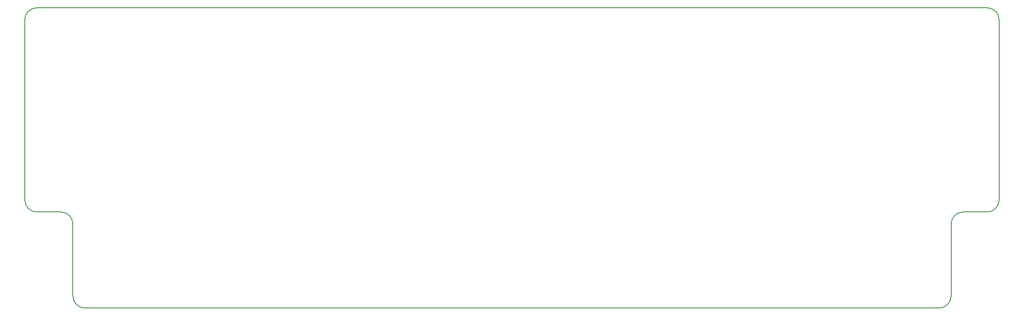
<source format=gm1>
G04 #@! TF.GenerationSoftware,KiCad,Pcbnew,(5.0.2-5-10.14)*
G04 #@! TF.CreationDate,2019-09-09T23:33:01+01:00*
G04 #@! TF.ProjectId,alpha_pro_micro,616c7068-615f-4707-926f-5f6d6963726f,rev?*
G04 #@! TF.SameCoordinates,Original*
G04 #@! TF.FileFunction,Profile,NP*
%FSLAX46Y46*%
G04 Gerber Fmt 4.6, Leading zero omitted, Abs format (unit mm)*
G04 Created by KiCad (PCBNEW (5.0.2-5-10.14)) date Monday, 09 September 2019 at 23:33:01*
%MOMM*%
%LPD*%
G01*
G04 APERTURE LIST*
%ADD10C,0.150000*%
G04 APERTURE END LIST*
D10*
X255984375Y-98821875D02*
X67865625Y-98821875D01*
X248840625Y-141684375D02*
X248840625Y-155971875D01*
X77390625Y-158353125D02*
X246459375Y-158353125D01*
X75009375Y-141684375D02*
X75009375Y-155971875D01*
X67865625Y-139303125D02*
X72628125Y-139303125D01*
X75009375Y-141684375D02*
G75*
G03X72628125Y-139303125I-2381250J0D01*
G01*
X65484375Y-101203125D02*
X65484375Y-136921875D01*
X258365625Y-136921875D02*
X258365625Y-101203125D01*
X251221875Y-139303125D02*
X255984375Y-139303125D01*
X251221875Y-139303125D02*
G75*
G03X248840625Y-141684375I0J-2381250D01*
G01*
X67865625Y-98821875D02*
G75*
G03X65484375Y-101203125I0J-2381250D01*
G01*
X65484375Y-136921875D02*
G75*
G03X67865625Y-139303125I2381250J0D01*
G01*
X75009375Y-155971875D02*
G75*
G03X77390625Y-158353125I2381250J0D01*
G01*
X246459375Y-158353125D02*
G75*
G03X248840625Y-155971875I0J2381250D01*
G01*
X255984375Y-139303125D02*
G75*
G03X258365625Y-136921875I0J2381250D01*
G01*
X258365625Y-101203125D02*
G75*
G03X255984375Y-98821875I-2381250J0D01*
G01*
M02*

</source>
